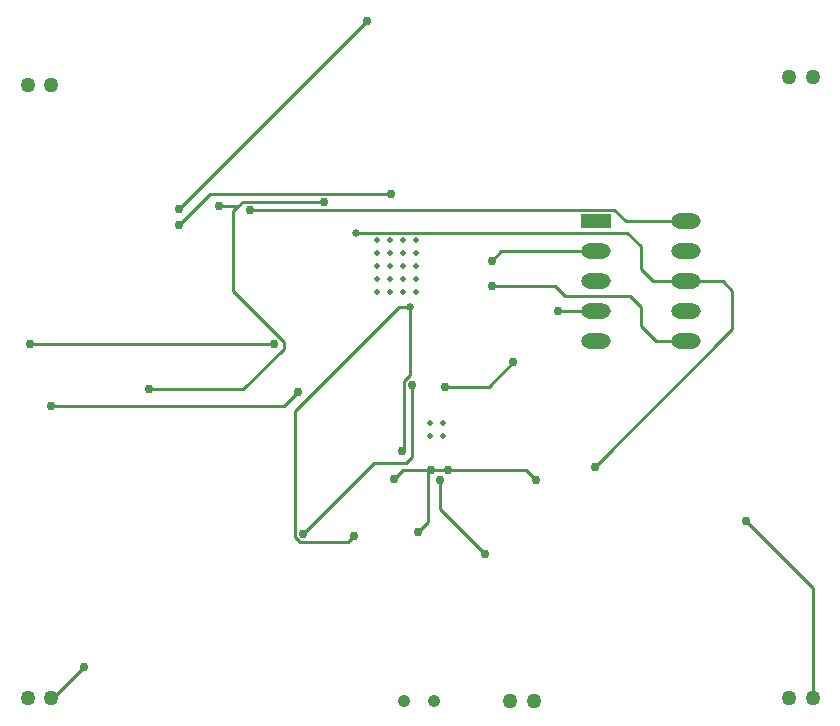
<source format=gbl>
G04 Layer_Physical_Order=2*
G04 Layer_Color=16711680*
%FSLAX25Y25*%
%MOIN*%
G70*
G01*
G75*
%ADD31C,0.01000*%
%ADD32C,0.04157*%
%ADD33C,0.05000*%
%ADD34R,0.09843X0.05118*%
%ADD35O,0.09843X0.05118*%
%ADD36C,0.03000*%
%ADD37C,0.01969*%
%ADD38C,0.02600*%
%ADD39C,0.02500*%
D31*
X404100Y286700D02*
Y304000D01*
X279000Y228000D02*
X289500Y238500D01*
X278500Y228000D02*
X279000D01*
X510000Y287000D02*
X532374Y264626D01*
Y228000D02*
Y264626D01*
X362500Y282800D02*
X386100Y306400D01*
X396800D01*
X398700Y308300D01*
X479200Y367000D02*
X490000D01*
X475000Y371200D02*
X479200Y367000D01*
X475000Y371200D02*
Y378600D01*
X321200Y391000D02*
X383865Y453665D01*
X409953Y331800D02*
X424500D01*
X432600Y339900D01*
X392700Y301000D02*
X395700Y304000D01*
X459700Y305200D02*
X505600Y351100D01*
Y363800D01*
X502400Y367000D02*
X505600Y363800D01*
X490000Y367000D02*
X502400D01*
X407984Y291216D02*
X423200Y276000D01*
X407984Y291216D02*
Y300800D01*
X425300Y373800D02*
X428500Y377000D01*
X460000D01*
X436900Y304000D02*
X440100Y300800D01*
X321200Y385800D02*
X331600Y396200D01*
X391800D01*
X480000Y347000D02*
X490000D01*
X475000Y352000D02*
X480000Y347000D01*
X475000Y352000D02*
Y358400D01*
X471400Y362000D02*
X475000Y358400D01*
X449900Y362000D02*
X471400D01*
X446400Y365500D02*
X449900Y362000D01*
X425300Y365500D02*
X446400D01*
X271500Y345900D02*
X352900D01*
X359800Y281600D02*
X361500Y279900D01*
X377300D01*
X379432Y282032D01*
X311000Y331000D02*
X342600D01*
X356000Y344400D01*
Y346800D01*
X339200Y363600D02*
X356000Y346800D01*
X339200Y363600D02*
Y390300D01*
X278600Y325500D02*
X356200D01*
X360700Y330000D01*
X447479Y357000D02*
X460000D01*
X400900Y283500D02*
X404100Y286700D01*
X344900Y390800D02*
X466200D01*
X470000Y387000D01*
X490000D01*
X342400Y393500D02*
X369600D01*
X395700Y304000D02*
X404100D01*
X405200D02*
X410700D01*
X404100D02*
X405200D01*
X410700D02*
X436900D01*
X334500Y392000D02*
X340900D01*
X339200Y390300D02*
X340900Y392000D01*
X342400Y393500D01*
X398700Y308300D02*
Y332500D01*
X395400Y310400D02*
X396000Y311000D01*
Y333618D01*
X470400Y383200D02*
X475000Y378600D01*
X380100Y383200D02*
X470400D01*
X359800Y281600D02*
Y323800D01*
X394500Y358500D01*
X396000Y333618D02*
X398000Y335618D01*
Y358500D01*
X394500D02*
X398000D01*
D32*
X406000Y227000D02*
D03*
X396000D02*
D03*
D33*
X270626Y228000D02*
D03*
X278500D02*
D03*
X524500D02*
D03*
X532374D02*
D03*
X431500Y227000D02*
D03*
X439374D02*
D03*
X270626Y432500D02*
D03*
X278500D02*
D03*
X524500Y435000D02*
D03*
X532374D02*
D03*
D34*
X460000Y387000D02*
D03*
D35*
Y377000D02*
D03*
Y367000D02*
D03*
Y357000D02*
D03*
Y347000D02*
D03*
X490000Y387000D02*
D03*
Y377000D02*
D03*
Y367000D02*
D03*
Y357000D02*
D03*
Y347000D02*
D03*
D36*
X289500Y238500D02*
D03*
X362500Y282800D02*
D03*
X383865Y453665D02*
D03*
X321200Y391000D02*
D03*
X409953Y331800D02*
D03*
X432600Y339900D02*
D03*
X405200Y304000D02*
D03*
X392700Y301000D02*
D03*
X459700Y305200D02*
D03*
X395400Y310400D02*
D03*
X423200Y276000D02*
D03*
X407984Y300800D02*
D03*
X425300Y373800D02*
D03*
X440100Y300800D02*
D03*
X321200Y385800D02*
D03*
X391800Y396200D02*
D03*
X425300Y365500D02*
D03*
X271500Y345900D02*
D03*
X352900D02*
D03*
X379432Y282032D02*
D03*
X311000Y331000D02*
D03*
X369600Y393500D02*
D03*
X278600Y325500D02*
D03*
X360700Y330000D02*
D03*
X447479Y357000D02*
D03*
X400900Y283500D02*
D03*
X410700Y304000D02*
D03*
X344900Y390800D02*
D03*
X334500Y392000D02*
D03*
X398700Y332500D02*
D03*
X510000Y287000D02*
D03*
D37*
X409165Y315335D02*
D03*
X404835D02*
D03*
X409165Y319665D02*
D03*
X404835D02*
D03*
X387004Y380661D02*
D03*
X391335D02*
D03*
X395665D02*
D03*
X399996D02*
D03*
X387004Y376331D02*
D03*
X391335D02*
D03*
X395665D02*
D03*
X399996D02*
D03*
X387004Y372000D02*
D03*
X391335D02*
D03*
X395665D02*
D03*
X399996D02*
D03*
X387004Y367669D02*
D03*
X391335D02*
D03*
X395665D02*
D03*
X399996D02*
D03*
X387004Y363339D02*
D03*
X391335D02*
D03*
X395665D02*
D03*
X399996D02*
D03*
D38*
X380100Y383200D02*
D03*
D39*
X398000Y358500D02*
D03*
M02*

</source>
